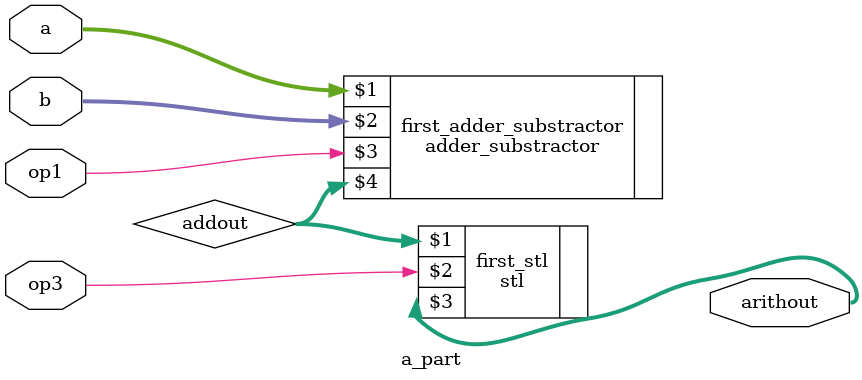
<source format=v>
module a_part(a, b, op1, op3, arithout);
	input [31:0] a, b;
	input op1, op3;
	wire [31:0] addout;
	output [31:0] arithout;
	adder_substractor first_adder_substractor(a, b, op1, addout);
	stl first_stl(addout, op3, arithout);
endmodule


</source>
